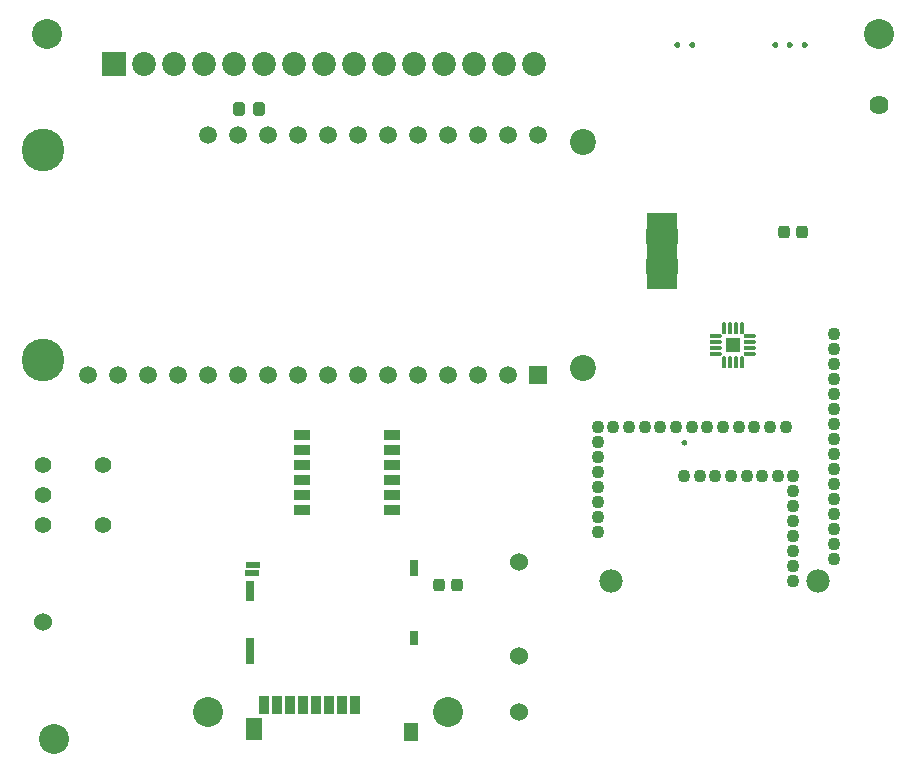
<source format=gbr>
G04 DipTrace 4.3.0.1*
G04 TopMask.gbr*
%MOIN*%
G04 #@! TF.FileFunction,Soldermask,Top*
G04 #@! TF.Part,Single*
%AMOUTLINE1*
4,1,28,
-0.008594,0.021063,
0.008594,0.021063,
0.01122,0.020717,
0.013788,0.019654,
0.015993,0.017962,
0.017685,0.015757,
0.018749,0.013189,
0.019094,0.010562,
0.019094,-0.010562,
0.018749,-0.013189,
0.017685,-0.015757,
0.015993,-0.017962,
0.013788,-0.019654,
0.01122,-0.020717,
0.008594,-0.021063,
-0.008594,-0.021063,
-0.01122,-0.020717,
-0.013788,-0.019654,
-0.015993,-0.017962,
-0.017685,-0.015757,
-0.018749,-0.013189,
-0.019094,-0.010562,
-0.019094,0.010562,
-0.018749,0.013189,
-0.017685,0.015757,
-0.015993,0.017962,
-0.013788,0.019654,
-0.01122,0.020717,
-0.008594,0.021063,
0*%
%AMOUTLINE4*
4,1,28,
0.008594,-0.021063,
-0.008594,-0.021063,
-0.01122,-0.020717,
-0.013788,-0.019654,
-0.015993,-0.017962,
-0.017685,-0.015757,
-0.018749,-0.013189,
-0.019094,-0.010562,
-0.019094,0.010562,
-0.018749,0.013189,
-0.017685,0.015757,
-0.015993,0.017962,
-0.013788,0.019654,
-0.01122,0.020717,
-0.008594,0.021063,
0.008594,0.021063,
0.01122,0.020717,
0.013788,0.019654,
0.015993,0.017962,
0.017685,0.015757,
0.018749,0.013189,
0.019094,0.010562,
0.019094,-0.010562,
0.018749,-0.013189,
0.017685,-0.015757,
0.015993,-0.017962,
0.013788,-0.019654,
0.01122,-0.020717,
0.008594,-0.021063,
0*%
%AMOUTLINE19*
4,1,28,
0.008594,-0.023031,
-0.008594,-0.023031,
-0.011118,-0.022699,
-0.013591,-0.021675,
-0.015715,-0.020045,
-0.017344,-0.017922,
-0.018368,-0.015449,
-0.018701,-0.012924,
-0.018701,0.012924,
-0.018368,0.015449,
-0.017344,0.017922,
-0.015715,0.020045,
-0.013591,0.021675,
-0.011118,0.022699,
-0.008594,0.023031,
0.008594,0.023031,
0.011118,0.022699,
0.013591,0.021675,
0.015715,0.020045,
0.017344,0.017922,
0.018368,0.015449,
0.018701,0.012924,
0.018701,-0.012924,
0.018368,-0.015449,
0.017344,-0.017922,
0.015715,-0.020045,
0.013591,-0.021675,
0.011118,-0.022699,
0.008594,-0.023031,
0*%
%AMOUTLINE22*
4,1,28,
-0.008594,0.023031,
0.008594,0.023031,
0.011118,0.022699,
0.013591,0.021675,
0.015715,0.020045,
0.017344,0.017922,
0.018368,0.015449,
0.018701,0.012924,
0.018701,-0.012924,
0.018368,-0.015449,
0.017344,-0.017922,
0.015715,-0.020045,
0.013591,-0.021675,
0.011118,-0.022699,
0.008594,-0.023031,
-0.008594,-0.023031,
-0.011118,-0.022699,
-0.013591,-0.021675,
-0.015715,-0.020045,
-0.017344,-0.017922,
-0.018368,-0.015449,
-0.018701,-0.012924,
-0.018701,0.012924,
-0.018368,0.015449,
-0.017344,0.017922,
-0.015715,0.020045,
-0.013591,0.021675,
-0.011118,0.022699,
-0.008594,0.023031,
0*%
%AMOUTLINE28*
4,1,28,
0.015283,-0.007283,
-0.015283,-0.007283,
-0.016025,-0.007186,
-0.016837,-0.006849,
-0.017535,-0.006314,
-0.01807,-0.005617,
-0.018406,-0.004805,
-0.018504,-0.004062,
-0.018504,0.004062,
-0.018406,0.004805,
-0.01807,0.005617,
-0.017535,0.006314,
-0.016837,0.006849,
-0.016025,0.007186,
-0.015283,0.007283,
0.015283,0.007283,
0.016025,0.007186,
0.016837,0.006849,
0.017535,0.006314,
0.01807,0.005617,
0.018406,0.004805,
0.018504,0.004062,
0.018504,-0.004062,
0.018406,-0.004805,
0.01807,-0.005617,
0.017535,-0.006314,
0.016837,-0.006849,
0.016025,-0.007186,
0.015283,-0.007283,
0*%
%AMOUTLINE31*
4,1,28,
-0.007283,-0.015283,
-0.007283,0.015283,
-0.007186,0.016025,
-0.006849,0.016837,
-0.006314,0.017535,
-0.005617,0.01807,
-0.004805,0.018406,
-0.004062,0.018504,
0.004062,0.018504,
0.004805,0.018406,
0.005617,0.01807,
0.006314,0.017535,
0.006849,0.016837,
0.007186,0.016025,
0.007283,0.015283,
0.007283,-0.015283,
0.007186,-0.016025,
0.006849,-0.016837,
0.006314,-0.017535,
0.005617,-0.01807,
0.004805,-0.018406,
0.004062,-0.018504,
-0.004062,-0.018504,
-0.004805,-0.018406,
-0.005617,-0.01807,
-0.006314,-0.017535,
-0.006849,-0.016837,
-0.007186,-0.016025,
-0.007283,-0.015283,
0*%
%ADD20C,0.06*%
%ADD44C,0.055433*%
%ADD50C,0.1*%
%ADD51C,0.086614*%
%ADD62R,0.047244X0.047244*%
%ADD64C,0.142362*%
%ADD66R,0.05937X0.05937*%
%ADD68C,0.05937*%
%ADD70R,0.053937X0.033858*%
%ADD76C,0.079528*%
%ADD78R,0.079528X0.079528*%
%ADD80C,0.043307*%
%ADD82C,0.077756*%
%ADD84R,0.049606X0.062992*%
%ADD86R,0.027559X0.049213*%
%ADD88R,0.029528X0.055118*%
%ADD90R,0.029528X0.066929*%
%ADD92R,0.029528X0.088189*%
%ADD94R,0.047244X0.021654*%
%ADD96R,0.057087X0.074803*%
%ADD98R,0.049213X0.021654*%
%ADD100R,0.035433X0.059055*%
%ADD102R,0.103937X0.053937*%
%ADD108C,0.063937*%
%ADD114OUTLINE1*%
%ADD117OUTLINE4*%
%ADD132OUTLINE19*%
%ADD135OUTLINE22*%
%ADD141OUTLINE28*%
%ADD144OUTLINE31*%
%FSLAX26Y26*%
G04*
G70*
G90*
G75*
G01*
G04 TopMask*
%LPD*%
D20*
X493700Y918700D3*
X2081200Y1118700D3*
D114*
X2964172Y2218700D3*
D117*
X3023228D3*
D114*
X1814172Y1043700D3*
D117*
X1873228D3*
G36*
X3100938Y2863438D2*
D1*
X3061462D1*
D1*
X3100938D1*
G37*
G36*
X3041856Y2843700D2*
X3041772Y2842412D1*
X3041520Y2841146D1*
X3041105Y2839923D1*
X3040534Y2838766D1*
X3039817Y2837692D1*
X3038966Y2836722D1*
X3037995Y2835871D1*
X3036922Y2835153D1*
X3035764Y2834582D1*
X3034542Y2834168D1*
X3033276Y2833916D1*
X3031987Y2833831D1*
X3030699Y2833916D1*
X3029433Y2834168D1*
X3028211Y2834582D1*
X3027053Y2835153D1*
X3025980Y2835871D1*
X3025009Y2836722D1*
X3024158Y2837692D1*
X3023441Y2838766D1*
X3022870Y2839923D1*
X3022455Y2841146D1*
X3022203Y2842412D1*
X3022119Y2843700D1*
D1*
X3022203Y2844988D1*
X3022455Y2846254D1*
X3022870Y2847477D1*
X3023441Y2848634D1*
X3024158Y2849708D1*
X3025009Y2850678D1*
X3025980Y2851529D1*
X3027053Y2852247D1*
X3028211Y2852818D1*
X3029433Y2853232D1*
X3030699Y2853484D1*
X3031987Y2853569D1*
X3033276Y2853484D1*
X3034542Y2853232D1*
X3035764Y2852818D1*
X3036922Y2852247D1*
X3037995Y2851529D1*
X3038966Y2850678D1*
X3039817Y2849708D1*
X3040534Y2848634D1*
X3041105Y2847477D1*
X3041520Y2846254D1*
X3041772Y2844988D1*
X3041856Y2843700D1*
D1*
G37*
G36*
X2992644D2*
X2992559Y2842412D1*
X2992307Y2841146D1*
X2991892Y2839923D1*
X2991321Y2838766D1*
X2990604Y2837692D1*
X2989753Y2836722D1*
X2988783Y2835871D1*
X2987709Y2835153D1*
X2986551Y2834582D1*
X2985329Y2834168D1*
X2984063Y2833916D1*
X2982775Y2833831D1*
X2981487Y2833916D1*
X2980221Y2834168D1*
X2978998Y2834582D1*
X2977840Y2835153D1*
X2976767Y2835871D1*
X2975797Y2836722D1*
X2974945Y2837692D1*
X2974228Y2838766D1*
X2973657Y2839923D1*
X2973242Y2841146D1*
X2972990Y2842412D1*
X2972906Y2843700D1*
D1*
X2972990Y2844988D1*
X2973242Y2846254D1*
X2973657Y2847477D1*
X2974228Y2848634D1*
X2974945Y2849708D1*
X2975797Y2850678D1*
X2976767Y2851529D1*
X2977840Y2852247D1*
X2978998Y2852818D1*
X2980221Y2853232D1*
X2981487Y2853484D1*
X2982775Y2853569D1*
X2984063Y2853484D1*
X2985329Y2853232D1*
X2986551Y2852818D1*
X2987709Y2852247D1*
X2988783Y2851529D1*
X2989753Y2850678D1*
X2990604Y2849708D1*
X2991321Y2848634D1*
X2991892Y2847477D1*
X2992307Y2846254D1*
X2992559Y2844988D1*
X2992644Y2843700D1*
D1*
G37*
G36*
X2943431D2*
X2943347Y2842412D1*
X2943095Y2841146D1*
X2942680Y2839923D1*
X2942109Y2838766D1*
X2941392Y2837692D1*
X2940540Y2836722D1*
X2939570Y2835871D1*
X2938497Y2835153D1*
X2937339Y2834582D1*
X2936116Y2834168D1*
X2934850Y2833916D1*
X2933562Y2833831D1*
X2932274Y2833916D1*
X2931008Y2834168D1*
X2929786Y2834582D1*
X2928628Y2835153D1*
X2927554Y2835871D1*
X2926584Y2836722D1*
X2925733Y2837692D1*
X2925016Y2838766D1*
X2924445Y2839923D1*
X2924030Y2841146D1*
X2923778Y2842412D1*
X2923693Y2843700D1*
D1*
X2923778Y2844988D1*
X2924030Y2846254D1*
X2924445Y2847477D1*
X2925016Y2848634D1*
X2925733Y2849708D1*
X2926584Y2850678D1*
X2927554Y2851529D1*
X2928628Y2852247D1*
X2929786Y2852818D1*
X2931008Y2853232D1*
X2932274Y2853484D1*
X2933562Y2853569D1*
X2934850Y2853484D1*
X2936116Y2853232D1*
X2937339Y2852818D1*
X2938497Y2852247D1*
X2939570Y2851529D1*
X2940540Y2850678D1*
X2941392Y2849708D1*
X2942109Y2848634D1*
X2942680Y2847477D1*
X2943095Y2846254D1*
X2943347Y2844988D1*
X2943431Y2843700D1*
D1*
G37*
D108*
X3281200Y2643700D3*
D50*
X1043700Y618700D3*
X1843700D3*
X531200Y531200D3*
X3281200Y2881200D3*
X506200D3*
D20*
X2081200Y806200D3*
Y618700D3*
G36*
X2504231Y2081200D2*
Y2131200D1*
X2608169D1*
Y2081200D1*
X2504231D1*
G37*
G36*
Y2181200D2*
Y2231200D1*
X2608169D1*
Y2181200D1*
X2504231D1*
G37*
D102*
X2556200Y2056200D3*
Y2256200D3*
Y2156200D3*
D100*
X1533562Y644192D3*
X1490255D3*
X1446948D3*
X1403641D3*
X1360334D3*
X1317027D3*
X1273720D3*
X1230413D3*
D98*
X1192420Y1109743D3*
D96*
X1195373Y563483D3*
D94*
X1191436Y1083759D3*
D92*
X1182578Y824507D3*
D90*
Y1024507D3*
D88*
X1729822Y1100885D3*
D86*
X1730806Y867617D3*
D84*
X1719783Y553641D3*
G36*
X2650938Y1448962D2*
D1*
Y1488438D1*
D1*
Y1448962D1*
G37*
G36*
X2631200Y1508044D2*
X2629912Y1508128D1*
X2628646Y1508380D1*
X2627423Y1508795D1*
X2626266Y1509366D1*
X2625192Y1510083D1*
X2624222Y1510934D1*
X2623371Y1511905D1*
X2622653Y1512978D1*
X2622082Y1514136D1*
X2621668Y1515358D1*
X2621416Y1516624D1*
X2621331Y1517913D1*
X2621416Y1519201D1*
X2621668Y1520467D1*
X2622082Y1521689D1*
X2622653Y1522847D1*
X2623371Y1523920D1*
X2624222Y1524891D1*
X2625192Y1525742D1*
X2626266Y1526459D1*
X2627423Y1527030D1*
X2628646Y1527445D1*
X2629912Y1527697D1*
X2631200Y1527781D1*
D1*
X2632488Y1527697D1*
X2633754Y1527445D1*
X2634977Y1527030D1*
X2636134Y1526459D1*
X2637208Y1525742D1*
X2638178Y1524891D1*
X2639029Y1523920D1*
X2639747Y1522847D1*
X2640318Y1521689D1*
X2640732Y1520467D1*
X2640984Y1519201D1*
X2641069Y1517913D1*
X2640984Y1516624D1*
X2640732Y1515358D1*
X2640318Y1514136D1*
X2639747Y1512978D1*
X2639029Y1511905D1*
X2638178Y1510934D1*
X2637208Y1510083D1*
X2636134Y1509366D1*
X2634977Y1508795D1*
X2633754Y1508380D1*
X2632488Y1508128D1*
X2631200Y1508044D1*
D1*
G37*
D82*
X2386712Y1056200D3*
X3075688D3*
G36*
X2725938Y2863438D2*
D1*
X2686462D1*
D1*
X2725938D1*
G37*
G36*
X2666856Y2843700D2*
X2666772Y2842412D1*
X2666520Y2841146D1*
X2666105Y2839923D1*
X2665534Y2838766D1*
X2664817Y2837692D1*
X2663966Y2836722D1*
X2662995Y2835871D1*
X2661922Y2835153D1*
X2660764Y2834582D1*
X2659542Y2834168D1*
X2658276Y2833916D1*
X2656987Y2833831D1*
X2655699Y2833916D1*
X2654433Y2834168D1*
X2653211Y2834582D1*
X2652053Y2835153D1*
X2650980Y2835871D1*
X2650009Y2836722D1*
X2649158Y2837692D1*
X2648441Y2838766D1*
X2647870Y2839923D1*
X2647455Y2841146D1*
X2647203Y2842412D1*
X2647119Y2843700D1*
D1*
X2647203Y2844988D1*
X2647455Y2846254D1*
X2647870Y2847477D1*
X2648441Y2848634D1*
X2649158Y2849708D1*
X2650009Y2850678D1*
X2650980Y2851529D1*
X2652053Y2852247D1*
X2653211Y2852818D1*
X2654433Y2853232D1*
X2655699Y2853484D1*
X2656987Y2853569D1*
X2658276Y2853484D1*
X2659542Y2853232D1*
X2660764Y2852818D1*
X2661922Y2852247D1*
X2662995Y2851529D1*
X2663966Y2850678D1*
X2664817Y2849708D1*
X2665534Y2848634D1*
X2666105Y2847477D1*
X2666520Y2846254D1*
X2666772Y2844988D1*
X2666856Y2843700D1*
D1*
G37*
G36*
X2617644D2*
X2617559Y2842412D1*
X2617307Y2841146D1*
X2616892Y2839923D1*
X2616321Y2838766D1*
X2615604Y2837692D1*
X2614753Y2836722D1*
X2613783Y2835871D1*
X2612709Y2835153D1*
X2611551Y2834582D1*
X2610329Y2834168D1*
X2609063Y2833916D1*
X2607775Y2833831D1*
X2606487Y2833916D1*
X2605221Y2834168D1*
X2603998Y2834582D1*
X2602840Y2835153D1*
X2601767Y2835871D1*
X2600797Y2836722D1*
X2599945Y2837692D1*
X2599228Y2838766D1*
X2598657Y2839923D1*
X2598242Y2841146D1*
X2597990Y2842412D1*
X2597906Y2843700D1*
D1*
X2597990Y2844988D1*
X2598242Y2846254D1*
X2598657Y2847477D1*
X2599228Y2848634D1*
X2599945Y2849708D1*
X2600797Y2850678D1*
X2601767Y2851529D1*
X2602840Y2852247D1*
X2603998Y2852818D1*
X2605221Y2853232D1*
X2606487Y2853484D1*
X2607775Y2853569D1*
X2609063Y2853484D1*
X2610329Y2853232D1*
X2611551Y2852818D1*
X2612709Y2852247D1*
X2613783Y2851529D1*
X2614753Y2850678D1*
X2615604Y2849708D1*
X2616321Y2848634D1*
X2616892Y2847477D1*
X2617307Y2846254D1*
X2617559Y2844988D1*
X2617644Y2843700D1*
D1*
G37*
D80*
X2655159Y1568700D3*
X2707415D3*
X2759672D3*
X2811930D3*
X2864187D3*
X2916443D3*
X2968700D3*
X2341617D3*
X2393875D3*
X2446132D3*
X2498388D3*
X2550645D3*
X2602902D3*
X2341617Y1518700D3*
Y1468700D3*
Y1418700D3*
Y1368700D3*
Y1318700D3*
Y1268700D3*
Y1218700D3*
X2993700Y1406200D3*
Y1356200D3*
Y1306200D3*
Y1256200D3*
Y1206200D3*
Y1156200D3*
Y1106200D3*
Y1056200D3*
X2630159Y1406200D3*
X2682415D3*
X2734672D3*
X2786930D3*
X2839187D3*
X2891443D3*
X2943700D3*
X3131200Y1481200D3*
Y1431200D3*
Y1381200D3*
Y1331200D3*
Y1281200D3*
Y1231200D3*
Y1181200D3*
Y1131200D3*
Y1881200D3*
Y1831200D3*
Y1781200D3*
Y1731200D3*
Y1681200D3*
Y1631200D3*
Y1581200D3*
Y1531200D3*
D132*
X1214468Y2631200D3*
D135*
X1147932D3*
D78*
X731200Y2781200D3*
D76*
X831200D3*
X931200D3*
X1031200D3*
X1131200D3*
X1231200D3*
X1331200D3*
X1431200D3*
X1531200D3*
X1631200D3*
X1731200D3*
X1831200D3*
X1931200D3*
X2031200D3*
X2131200D3*
D70*
X1356200Y1543700D3*
X1656200D3*
X1356200Y1493700D3*
X1656200D3*
X1356200Y1443700D3*
X1656200D3*
X1356200Y1393700D3*
X1656200D3*
X1356200Y1343700D3*
X1656200D3*
X1356200Y1293700D3*
X1656200D3*
D44*
X493700Y1243700D3*
Y1443700D3*
Y1343700D3*
X693700Y1243700D3*
Y1443700D3*
D68*
X943700Y1743700D3*
X643700D3*
X1143700Y2543700D3*
X1343700D3*
X1443700D3*
X2043700D3*
X743700Y1743700D3*
X1943700Y2543700D3*
X843700Y1743700D3*
X1543700Y2543700D3*
X1643700D3*
X1743700D3*
X1843700D3*
X2143700D3*
X1043700Y1743700D3*
X1143700D3*
X1243700D3*
X1343700D3*
X1443700D3*
X1543700D3*
X1643700D3*
X1243700Y2543700D3*
X1043700D3*
X1743700Y1743700D3*
X1843700D3*
X1943700D3*
X2043700D3*
D66*
X2143700D3*
D64*
X493700Y1793700D3*
Y2493700D3*
D51*
X2293700Y2518700D3*
Y1766207D3*
D141*
X2737204Y1814172D3*
D144*
X2764172Y1787204D3*
X2783857D3*
D141*
X2850196Y1853543D3*
D144*
X2823228Y1787204D3*
D141*
X2737204Y1853543D3*
D144*
X2803543Y1900196D3*
Y1787204D3*
D62*
X2793700Y1843700D3*
D144*
X2823228Y1900196D3*
D141*
X2850196Y1814172D3*
Y1833857D3*
Y1873228D3*
X2737204D3*
Y1833857D3*
D144*
X2783857Y1900196D3*
X2764172D3*
M02*

</source>
